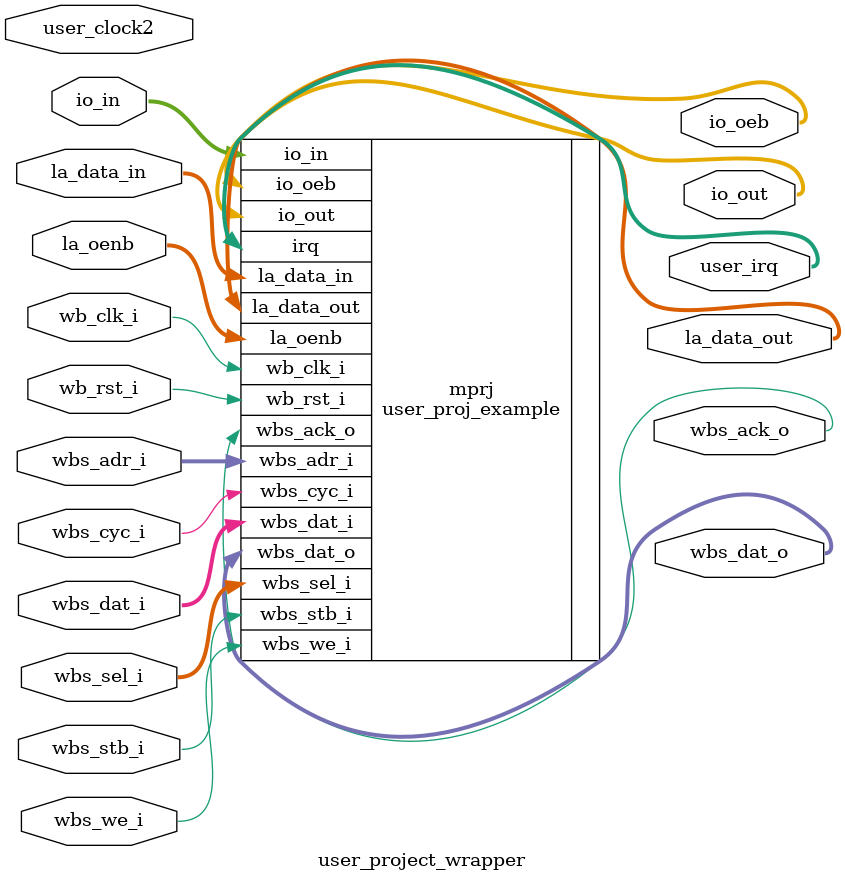
<source format=v>
module user_project_wrapper (user_clock2,
    wb_clk_i,
    wb_rst_i,
    wbs_ack_o,
    wbs_cyc_i,
    wbs_stb_i,
    wbs_we_i,
    io_in,
    io_oeb,
    io_out,
    la_data_in,
    la_data_out,
    la_oenb,
    user_irq,
    wbs_adr_i,
    wbs_dat_i,
    wbs_dat_o,
    wbs_sel_i);
 input user_clock2;
 input wb_clk_i;
 input wb_rst_i;
 output wbs_ack_o;
 input wbs_cyc_i;
 input wbs_stb_i;
 input wbs_we_i;
 input [37:0] io_in;
 output [37:0] io_oeb;
 output [37:0] io_out;
 input [63:0] la_data_in;
 output [63:0] la_data_out;
 input [63:0] la_oenb;
 output [2:0] user_irq;
 input [31:0] wbs_adr_i;
 input [31:0] wbs_dat_i;
 output [31:0] wbs_dat_o;
 input [3:0] wbs_sel_i;


 user_proj_example mprj (.wb_clk_i(wb_clk_i),
    .wb_rst_i(wb_rst_i),
    .wbs_ack_o(wbs_ack_o),
    .wbs_cyc_i(wbs_cyc_i),
    .wbs_stb_i(wbs_stb_i),
    .wbs_we_i(wbs_we_i),
    .io_in({io_in[37],
    io_in[36],
    io_in[35],
    io_in[34],
    io_in[33],
    io_in[32],
    io_in[31],
    io_in[30],
    io_in[29],
    io_in[28],
    io_in[27],
    io_in[26],
    io_in[25],
    io_in[24],
    io_in[23],
    io_in[22],
    io_in[21],
    io_in[20],
    io_in[19],
    io_in[18],
    io_in[17],
    io_in[16],
    io_in[15],
    io_in[14],
    io_in[13],
    io_in[12],
    io_in[11],
    io_in[10],
    io_in[9],
    io_in[8],
    io_in[7],
    io_in[6],
    io_in[5],
    io_in[4],
    io_in[3],
    io_in[2],
    io_in[1],
    io_in[0]}),
    .io_oeb({io_oeb[37],
    io_oeb[36],
    io_oeb[35],
    io_oeb[34],
    io_oeb[33],
    io_oeb[32],
    io_oeb[31],
    io_oeb[30],
    io_oeb[29],
    io_oeb[28],
    io_oeb[27],
    io_oeb[26],
    io_oeb[25],
    io_oeb[24],
    io_oeb[23],
    io_oeb[22],
    io_oeb[21],
    io_oeb[20],
    io_oeb[19],
    io_oeb[18],
    io_oeb[17],
    io_oeb[16],
    io_oeb[15],
    io_oeb[14],
    io_oeb[13],
    io_oeb[12],
    io_oeb[11],
    io_oeb[10],
    io_oeb[9],
    io_oeb[8],
    io_oeb[7],
    io_oeb[6],
    io_oeb[5],
    io_oeb[4],
    io_oeb[3],
    io_oeb[2],
    io_oeb[1],
    io_oeb[0]}),
    .io_out({io_out[37],
    io_out[36],
    io_out[35],
    io_out[34],
    io_out[33],
    io_out[32],
    io_out[31],
    io_out[30],
    io_out[29],
    io_out[28],
    io_out[27],
    io_out[26],
    io_out[25],
    io_out[24],
    io_out[23],
    io_out[22],
    io_out[21],
    io_out[20],
    io_out[19],
    io_out[18],
    io_out[17],
    io_out[16],
    io_out[15],
    io_out[14],
    io_out[13],
    io_out[12],
    io_out[11],
    io_out[10],
    io_out[9],
    io_out[8],
    io_out[7],
    io_out[6],
    io_out[5],
    io_out[4],
    io_out[3],
    io_out[2],
    io_out[1],
    io_out[0]}),
    .irq({user_irq[2],
    user_irq[1],
    user_irq[0]}),
    .la_data_in({la_data_in[63],
    la_data_in[62],
    la_data_in[61],
    la_data_in[60],
    la_data_in[59],
    la_data_in[58],
    la_data_in[57],
    la_data_in[56],
    la_data_in[55],
    la_data_in[54],
    la_data_in[53],
    la_data_in[52],
    la_data_in[51],
    la_data_in[50],
    la_data_in[49],
    la_data_in[48],
    la_data_in[47],
    la_data_in[46],
    la_data_in[45],
    la_data_in[44],
    la_data_in[43],
    la_data_in[42],
    la_data_in[41],
    la_data_in[40],
    la_data_in[39],
    la_data_in[38],
    la_data_in[37],
    la_data_in[36],
    la_data_in[35],
    la_data_in[34],
    la_data_in[33],
    la_data_in[32],
    la_data_in[31],
    la_data_in[30],
    la_data_in[29],
    la_data_in[28],
    la_data_in[27],
    la_data_in[26],
    la_data_in[25],
    la_data_in[24],
    la_data_in[23],
    la_data_in[22],
    la_data_in[21],
    la_data_in[20],
    la_data_in[19],
    la_data_in[18],
    la_data_in[17],
    la_data_in[16],
    la_data_in[15],
    la_data_in[14],
    la_data_in[13],
    la_data_in[12],
    la_data_in[11],
    la_data_in[10],
    la_data_in[9],
    la_data_in[8],
    la_data_in[7],
    la_data_in[6],
    la_data_in[5],
    la_data_in[4],
    la_data_in[3],
    la_data_in[2],
    la_data_in[1],
    la_data_in[0]}),
    .la_data_out({la_data_out[63],
    la_data_out[62],
    la_data_out[61],
    la_data_out[60],
    la_data_out[59],
    la_data_out[58],
    la_data_out[57],
    la_data_out[56],
    la_data_out[55],
    la_data_out[54],
    la_data_out[53],
    la_data_out[52],
    la_data_out[51],
    la_data_out[50],
    la_data_out[49],
    la_data_out[48],
    la_data_out[47],
    la_data_out[46],
    la_data_out[45],
    la_data_out[44],
    la_data_out[43],
    la_data_out[42],
    la_data_out[41],
    la_data_out[40],
    la_data_out[39],
    la_data_out[38],
    la_data_out[37],
    la_data_out[36],
    la_data_out[35],
    la_data_out[34],
    la_data_out[33],
    la_data_out[32],
    la_data_out[31],
    la_data_out[30],
    la_data_out[29],
    la_data_out[28],
    la_data_out[27],
    la_data_out[26],
    la_data_out[25],
    la_data_out[24],
    la_data_out[23],
    la_data_out[22],
    la_data_out[21],
    la_data_out[20],
    la_data_out[19],
    la_data_out[18],
    la_data_out[17],
    la_data_out[16],
    la_data_out[15],
    la_data_out[14],
    la_data_out[13],
    la_data_out[12],
    la_data_out[11],
    la_data_out[10],
    la_data_out[9],
    la_data_out[8],
    la_data_out[7],
    la_data_out[6],
    la_data_out[5],
    la_data_out[4],
    la_data_out[3],
    la_data_out[2],
    la_data_out[1],
    la_data_out[0]}),
    .la_oenb({la_oenb[63],
    la_oenb[62],
    la_oenb[61],
    la_oenb[60],
    la_oenb[59],
    la_oenb[58],
    la_oenb[57],
    la_oenb[56],
    la_oenb[55],
    la_oenb[54],
    la_oenb[53],
    la_oenb[52],
    la_oenb[51],
    la_oenb[50],
    la_oenb[49],
    la_oenb[48],
    la_oenb[47],
    la_oenb[46],
    la_oenb[45],
    la_oenb[44],
    la_oenb[43],
    la_oenb[42],
    la_oenb[41],
    la_oenb[40],
    la_oenb[39],
    la_oenb[38],
    la_oenb[37],
    la_oenb[36],
    la_oenb[35],
    la_oenb[34],
    la_oenb[33],
    la_oenb[32],
    la_oenb[31],
    la_oenb[30],
    la_oenb[29],
    la_oenb[28],
    la_oenb[27],
    la_oenb[26],
    la_oenb[25],
    la_oenb[24],
    la_oenb[23],
    la_oenb[22],
    la_oenb[21],
    la_oenb[20],
    la_oenb[19],
    la_oenb[18],
    la_oenb[17],
    la_oenb[16],
    la_oenb[15],
    la_oenb[14],
    la_oenb[13],
    la_oenb[12],
    la_oenb[11],
    la_oenb[10],
    la_oenb[9],
    la_oenb[8],
    la_oenb[7],
    la_oenb[6],
    la_oenb[5],
    la_oenb[4],
    la_oenb[3],
    la_oenb[2],
    la_oenb[1],
    la_oenb[0]}),
    .wbs_adr_i({wbs_adr_i[31],
    wbs_adr_i[30],
    wbs_adr_i[29],
    wbs_adr_i[28],
    wbs_adr_i[27],
    wbs_adr_i[26],
    wbs_adr_i[25],
    wbs_adr_i[24],
    wbs_adr_i[23],
    wbs_adr_i[22],
    wbs_adr_i[21],
    wbs_adr_i[20],
    wbs_adr_i[19],
    wbs_adr_i[18],
    wbs_adr_i[17],
    wbs_adr_i[16],
    wbs_adr_i[15],
    wbs_adr_i[14],
    wbs_adr_i[13],
    wbs_adr_i[12],
    wbs_adr_i[11],
    wbs_adr_i[10],
    wbs_adr_i[9],
    wbs_adr_i[8],
    wbs_adr_i[7],
    wbs_adr_i[6],
    wbs_adr_i[5],
    wbs_adr_i[4],
    wbs_adr_i[3],
    wbs_adr_i[2],
    wbs_adr_i[1],
    wbs_adr_i[0]}),
    .wbs_dat_i({wbs_dat_i[31],
    wbs_dat_i[30],
    wbs_dat_i[29],
    wbs_dat_i[28],
    wbs_dat_i[27],
    wbs_dat_i[26],
    wbs_dat_i[25],
    wbs_dat_i[24],
    wbs_dat_i[23],
    wbs_dat_i[22],
    wbs_dat_i[21],
    wbs_dat_i[20],
    wbs_dat_i[19],
    wbs_dat_i[18],
    wbs_dat_i[17],
    wbs_dat_i[16],
    wbs_dat_i[15],
    wbs_dat_i[14],
    wbs_dat_i[13],
    wbs_dat_i[12],
    wbs_dat_i[11],
    wbs_dat_i[10],
    wbs_dat_i[9],
    wbs_dat_i[8],
    wbs_dat_i[7],
    wbs_dat_i[6],
    wbs_dat_i[5],
    wbs_dat_i[4],
    wbs_dat_i[3],
    wbs_dat_i[2],
    wbs_dat_i[1],
    wbs_dat_i[0]}),
    .wbs_dat_o({wbs_dat_o[31],
    wbs_dat_o[30],
    wbs_dat_o[29],
    wbs_dat_o[28],
    wbs_dat_o[27],
    wbs_dat_o[26],
    wbs_dat_o[25],
    wbs_dat_o[24],
    wbs_dat_o[23],
    wbs_dat_o[22],
    wbs_dat_o[21],
    wbs_dat_o[20],
    wbs_dat_o[19],
    wbs_dat_o[18],
    wbs_dat_o[17],
    wbs_dat_o[16],
    wbs_dat_o[15],
    wbs_dat_o[14],
    wbs_dat_o[13],
    wbs_dat_o[12],
    wbs_dat_o[11],
    wbs_dat_o[10],
    wbs_dat_o[9],
    wbs_dat_o[8],
    wbs_dat_o[7],
    wbs_dat_o[6],
    wbs_dat_o[5],
    wbs_dat_o[4],
    wbs_dat_o[3],
    wbs_dat_o[2],
    wbs_dat_o[1],
    wbs_dat_o[0]}),
    .wbs_sel_i({wbs_sel_i[3],
    wbs_sel_i[2],
    wbs_sel_i[1],
    wbs_sel_i[0]}));
endmodule


</source>
